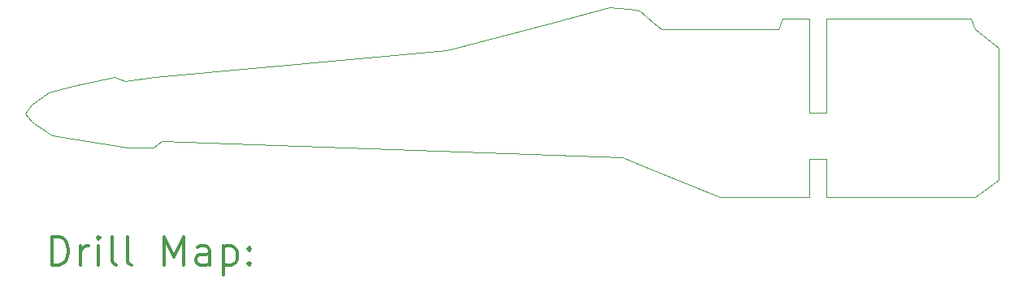
<source format=gbr>
%FSLAX45Y45*%
G04 Gerber Fmt 4.5, Leading zero omitted, Abs format (unit mm)*
G04 Created by KiCad (PCBNEW (5.1.5)-3) date 2021-02-28 23:24:39*
%MOMM*%
%LPD*%
G04 APERTURE LIST*
%TA.AperFunction,Profile*%
%ADD10C,0.050000*%
%TD*%
%TA.AperFunction,Profile*%
%ADD11C,0.100000*%
%TD*%
%ADD12C,0.200000*%
%ADD13C,0.300000*%
G04 APERTURE END LIST*
D10*
X13456967Y-8463233D02*
X14681869Y-8463233D01*
D11*
X15178530Y-8355192D02*
X15178530Y-9332492D01*
X14947364Y-8355192D02*
X14998530Y-8355192D01*
X14717886Y-8355191D02*
X14947364Y-8355192D01*
X14681869Y-8463233D02*
X14717886Y-8355191D01*
X14998530Y-9332492D02*
X15178530Y-9332492D01*
X14998530Y-8355192D02*
X14998530Y-9332492D01*
X13358880Y-9926487D02*
X13055000Y-9800000D01*
X8253181Y-9633249D02*
X8165365Y-9699989D01*
X13055000Y-9800000D02*
X8253181Y-9633249D01*
X6893966Y-9249087D02*
X7074540Y-9124650D01*
X6893966Y-9426217D02*
X6826523Y-9337652D01*
X8165365Y-9699989D02*
X7897930Y-9696901D01*
X7110000Y-9567500D02*
X6893966Y-9426217D01*
X6826523Y-9337652D02*
X6893966Y-9249087D01*
X7897930Y-9696901D02*
X7110000Y-9567500D01*
X15178530Y-10212533D02*
X15178530Y-9812533D01*
X15229485Y-10212533D02*
X15178530Y-10212533D01*
X16973050Y-8652608D02*
X16973051Y-10034229D01*
X16973051Y-10034229D02*
X16725062Y-10212532D01*
X16689341Y-8355191D02*
X16725360Y-8463232D01*
X15229908Y-8355192D02*
X16689341Y-8355191D01*
X14066244Y-10212533D02*
X13358880Y-9926487D01*
X14998530Y-9812533D02*
X14998530Y-10212533D01*
X14998530Y-10212533D02*
X14066244Y-10212533D01*
X16725062Y-10212532D02*
X15229485Y-10212533D01*
X16725360Y-8463232D02*
X16973050Y-8652608D01*
X15178530Y-8355192D02*
X15229908Y-8355192D01*
X15178530Y-9812533D02*
X14998530Y-9812533D01*
X7327446Y-9057910D02*
X7762110Y-8964458D01*
X13121146Y-8251964D02*
X13229555Y-8262509D01*
X12918984Y-8232300D02*
X13121146Y-8251964D01*
X12326978Y-8390018D02*
X12918984Y-8232300D01*
X7874512Y-9006610D02*
X8172390Y-8963522D01*
X7074540Y-9124650D02*
X7327446Y-9057910D01*
X13229555Y-8262509D02*
X13377586Y-8393168D01*
X13377586Y-8393168D02*
X13456967Y-8463233D01*
X11222997Y-8684133D02*
X12326978Y-8390018D01*
X8172390Y-8963522D02*
X11222997Y-8684133D01*
X7762110Y-8964458D02*
X7874512Y-9006610D01*
D12*
D13*
X7107952Y-10925714D02*
X7107952Y-10625714D01*
X7179380Y-10625714D01*
X7222238Y-10640000D01*
X7250809Y-10668571D01*
X7265095Y-10697143D01*
X7279380Y-10754286D01*
X7279380Y-10797143D01*
X7265095Y-10854286D01*
X7250809Y-10882857D01*
X7222238Y-10911429D01*
X7179380Y-10925714D01*
X7107952Y-10925714D01*
X7407952Y-10925714D02*
X7407952Y-10725714D01*
X7407952Y-10782857D02*
X7422238Y-10754286D01*
X7436523Y-10740000D01*
X7465095Y-10725714D01*
X7493666Y-10725714D01*
X7593666Y-10925714D02*
X7593666Y-10725714D01*
X7593666Y-10625714D02*
X7579380Y-10640000D01*
X7593666Y-10654286D01*
X7607952Y-10640000D01*
X7593666Y-10625714D01*
X7593666Y-10654286D01*
X7779380Y-10925714D02*
X7750809Y-10911429D01*
X7736523Y-10882857D01*
X7736523Y-10625714D01*
X7936523Y-10925714D02*
X7907952Y-10911429D01*
X7893666Y-10882857D01*
X7893666Y-10625714D01*
X8279380Y-10925714D02*
X8279380Y-10625714D01*
X8379380Y-10840000D01*
X8479381Y-10625714D01*
X8479381Y-10925714D01*
X8750809Y-10925714D02*
X8750809Y-10768571D01*
X8736523Y-10740000D01*
X8707952Y-10725714D01*
X8650809Y-10725714D01*
X8622238Y-10740000D01*
X8750809Y-10911429D02*
X8722238Y-10925714D01*
X8650809Y-10925714D01*
X8622238Y-10911429D01*
X8607952Y-10882857D01*
X8607952Y-10854286D01*
X8622238Y-10825714D01*
X8650809Y-10811429D01*
X8722238Y-10811429D01*
X8750809Y-10797143D01*
X8893666Y-10725714D02*
X8893666Y-11025714D01*
X8893666Y-10740000D02*
X8922238Y-10725714D01*
X8979381Y-10725714D01*
X9007952Y-10740000D01*
X9022238Y-10754286D01*
X9036523Y-10782857D01*
X9036523Y-10868571D01*
X9022238Y-10897143D01*
X9007952Y-10911429D01*
X8979381Y-10925714D01*
X8922238Y-10925714D01*
X8893666Y-10911429D01*
X9165095Y-10897143D02*
X9179381Y-10911429D01*
X9165095Y-10925714D01*
X9150809Y-10911429D01*
X9165095Y-10897143D01*
X9165095Y-10925714D01*
X9165095Y-10740000D02*
X9179381Y-10754286D01*
X9165095Y-10768571D01*
X9150809Y-10754286D01*
X9165095Y-10740000D01*
X9165095Y-10768571D01*
M02*

</source>
